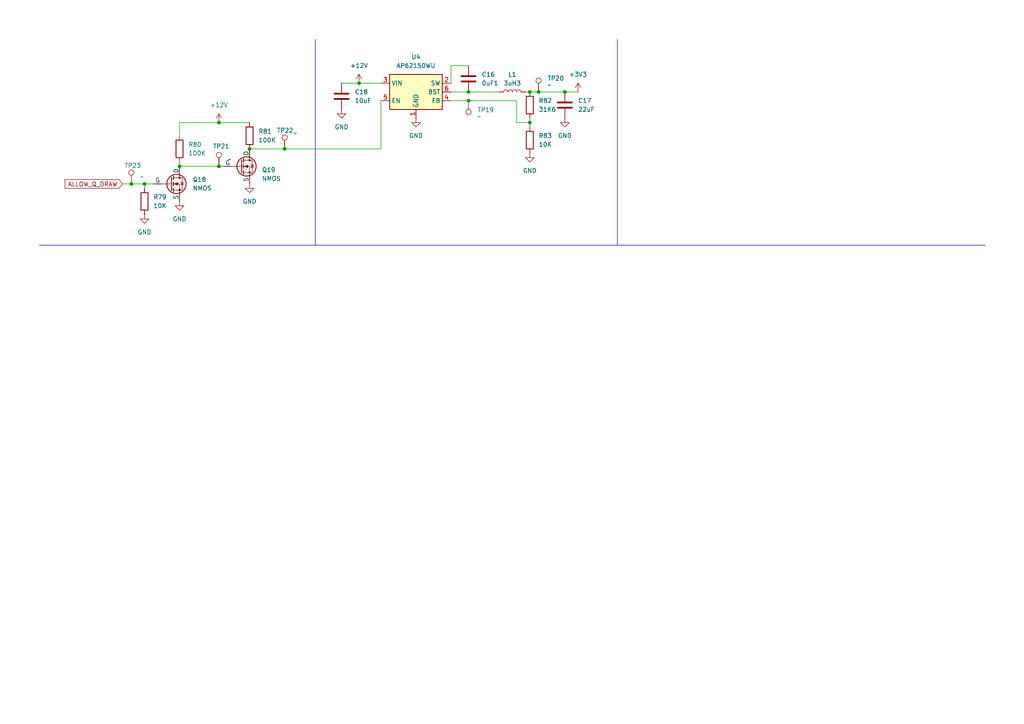
<source format=kicad_sch>
(kicad_sch (version 20250114) (generator "eeschema") (generator_version "9.0")
  (paper "A4")
  (lib_symbols
    (symbol "Connector:TestPoint" (pin_numbers (hide yes)) (pin_names (offset 0.762) (hide yes))
      (property "Reference" "TP" (at 0 6.858 0))
      (property "Value" "TestPoint" (at 0 5.08 0))
      (symbol "TestPoint_0_1"
        (circle (center 0 3.302) (radius 0.762))
      )
      (symbol "TestPoint_1_1"
        (pin passive line (at 0 0 90) (length 2.54) (name "1") (number "1"))
      )
    )
    (symbol "Device:C" (pin_numbers (hide yes)) (pin_names (offset 0.254))
      (property "Reference" "C" (at 0.635 2.54 0))
      (property "Value" "C" (at 0.635 -2.54 0))
      (symbol "C_0_1"
        (polyline (pts (xy -2.032 0.762) (xy 2.032 0.762)) (stroke (width 0.508)))
        (polyline (pts (xy -2.032 -0.762) (xy 2.032 -0.762)) (stroke (width 0.508)))
      )
      (symbol "C_1_1"
        (pin passive line (at 0 3.81 270) (length 2.794) (name "~") (number "1"))
        (pin passive line (at 0 -3.81 90) (length 2.794) (name "~") (number "2"))
      )
    )
    (symbol "Device:L" (pin_numbers (hide yes)) (pin_names (offset 1.016) (hide yes))
      (property "Reference" "L" (at -1.27 0 90))
      (property "Value" "L" (at 1.905 0 90))
      (symbol "L_0_1"
        (arc (start 0 2.54) (mid 0.6323 1.905) (end 0 1.27))
        (arc (start 0 1.27) (mid 0.6323 0.635) (end 0 0))
        (arc (start 0 0) (mid 0.6323 -0.635) (end 0 -1.27))
        (arc (start 0 -1.27) (mid 0.6323 -1.905) (end 0 -2.54))
      )
      (symbol "L_1_1"
        (pin passive line (at 0 3.81 270) (length 1.27) (name "1") (number "1"))
        (pin passive line (at 0 -3.81 90) (length 1.27) (name "2") (number "2"))
      )
    )
    (symbol "Device:R" (pin_numbers (hide yes)) (pin_names (offset 0))
      (property "Reference" "R" (at 2.032 0 90))
      (property "Value" "R" (at 0 0 90))
      (symbol "R_0_1"
        (rectangle (start -1.016 -2.54) (end 1.016 2.54) (stroke (width 0.254)))
      )
      (symbol "R_1_1"
        (pin passive line (at 0 3.81 270) (length 1.27) (name "~") (number "1"))
        (pin passive line (at 0 -3.81 90) (length 1.27) (name "~") (number "2"))
      )
    )
    (symbol "Regulator_Switching:AP62150WU"
      (property "Reference" "U" (at -7.62 6.35 0))
      (property "Value" "AP62150WU" (at 6.35 -6.35 0))
      (symbol "AP62150WU_0_1"
        (rectangle (start -7.62 5.08) (end 7.62 -5.08) (stroke (width 0.254)) (fill (type background)))
      )
      (symbol "AP62150WU_1_1"
        (pin power_in line (at -10.16 2.54 0) (length 2.54) (name "VIN") (number "3"))
        (pin passive line (at -10.16 -2.54 0) (length 2.54) (name "EN") (number "5"))
        (pin power_in line (at 0 -7.62 90) (length 2.54) (name "GND") (number "1"))
        (pin output line (at 10.16 2.54 180) (length 2.54) (name "SW") (number "2"))
        (pin passive line (at 10.16 0 180) (length 2.54) (name "BST") (number "6"))
        (pin input line (at 10.16 -2.54 180) (length 2.54) (name "FB") (number "4"))
      )
    )
    (symbol "Simulation_SPICE:NMOS" (pin_numbers (hide yes)) (pin_names (offset 0))
      (property "Reference" "Q" (at 5.08 1.27 0))
      (property "Value" "NMOS" (at 5.08 -1.27 0))
      (symbol "NMOS_0_1"
        (polyline (pts (xy 0.254 1.905) (xy 0.254 -1.905)) (stroke (width 0.254)))
        (polyline (pts (xy 0.254 0) (xy -2.54 0)))
        (polyline (pts (xy 0.762 2.286) (xy 0.762 1.27)) (stroke (width 0.254)))
        (polyline (pts (xy 0.762 0.508) (xy 0.762 -0.508)) (stroke (width 0.254)))
        (polyline (pts (xy 0.762 -1.27) (xy 0.762 -2.286)) (stroke (width 0.254)))
        (polyline (pts (xy 0.762 -1.778) (xy 3.302 -1.778) (xy 3.302 1.778) (xy 0.762 1.778)))
        (polyline (pts (xy 1.016 0) (xy 2.032 0.381) (xy 2.032 -0.381) (xy 1.016 0)) (fill (type outline)))
        (circle (center 1.651 0) (radius 2.794) (stroke (width 0.254)))
        (polyline (pts (xy 2.54 2.54) (xy 2.54 1.778)))
        (circle (center 2.54 1.778) (radius 0.254) (fill (type outline)))
        (circle (center 2.54 -1.778) (radius 0.254) (fill (type outline)))
        (polyline (pts (xy 2.54 -2.54) (xy 2.54 0) (xy 0.762 0)))
        (polyline (pts (xy 2.794 0.508) (xy 2.921 0.381) (xy 3.683 0.381) (xy 3.81 0.254)))
        (polyline (pts (xy 3.302 0.381) (xy 2.921 -0.254) (xy 3.683 -0.254) (xy 3.302 0.381)))
      )
      (symbol "NMOS_1_1"
        (pin input line (at -5.08 0 0) (length 2.54) (name "G") (number "2"))
        (pin passive line (at 2.54 5.08 270) (length 2.54) (name "D") (number "1"))
        (pin passive line (at 2.54 -5.08 90) (length 2.54) (name "S") (number "3"))
      )
    )
    (symbol "power:+12V" (power) (pin_numbers (hide yes)) (pin_names (offset 0) (hide yes))
      (property "Value" "+12V" (at 0 3.556 0))
      (symbol "+12V_0_1"
        (polyline (pts (xy -0.762 1.27) (xy 0 2.54)))
        (polyline (pts (xy 0 2.54) (xy 0.762 1.27)))
        (polyline (pts (xy 0 0) (xy 0 2.54)))
      )
      (symbol "+12V_1_1"
        (pin power_in line (at 0 0 90) (length 0) (name "~") (number "1"))
      )
    )
    (symbol "power:+3V3" (power) (pin_numbers (hide yes)) (pin_names (offset 0) (hide yes))
      (property "Value" "+3V3" (at 0 3.556 0))
      (symbol "+3V3_0_1"
        (polyline (pts (xy -0.762 1.27) (xy 0 2.54)))
        (polyline (pts (xy 0 2.54) (xy 0.762 1.27)))
        (polyline (pts (xy 0 0) (xy 0 2.54)))
      )
      (symbol "+3V3_1_1"
        (pin power_in line (at 0 0 90) (length 0) (name "~") (number "1"))
      )
    )
    (symbol "power:GND" (power) (pin_numbers (hide yes)) (pin_names (offset 0) (hide yes))
      (property "Value" "GND" (at 0 -3.81 0))
      (symbol "GND_0_1"
        (polyline (pts (xy 0 0) (xy 0 -1.27) (xy 1.27 -1.27) (xy 0 -2.54) (xy -1.27 -1.27) (xy 0 -1.27)))
      )
      (symbol "GND_1_1"
        (pin power_in line (at 0 0 270) (length 0) (name "~") (number "1"))
      )
    )
  )
  (junction (at 163.83 26.67))
  (junction (at 38.1 53.34))
  (junction (at 135.89 26.67))
  (junction (at 156.21 26.67))
  (junction (at 41.91 53.34))
  (junction (at 82.55 43.18))
  (junction (at 153.67 35.56))
  (junction (at 63.5 48.26))
  (junction (at 52.07 48.26))
  (junction (at 153.67 26.67))
  (junction (at 135.89 29.21))
  (junction (at 104.14 24.13))
  (junction (at 72.39 43.18))
  (junction (at 63.5 35.56))
  (wire (pts (xy 153.67 26.67) (xy 156.21 26.67)))
  (wire (pts (xy 38.1 53.34) (xy 41.91 53.34)))
  (polyline (pts (xy 179.07 11.43) (xy 179.07 71.12)))
  (wire (pts (xy 104.14 24.13) (xy 110.49 24.13)))
  (wire (pts (xy 135.89 29.21) (xy 149.86 29.21)))
  (wire (pts (xy 153.67 35.56) (xy 153.67 36.83)))
  (wire (pts (xy 167.64 26.67) (xy 163.83 26.67)))
  (wire (pts (xy 99.06 24.13) (xy 104.14 24.13)))
  (wire (pts (xy 41.91 53.34) (xy 41.91 54.61)))
  (wire (pts (xy 82.55 43.18) (xy 110.49 43.18)))
  (wire (pts (xy 130.81 29.21) (xy 135.89 29.21)))
  (wire (pts (xy 135.89 26.67) (xy 144.78 26.67)))
  (wire (pts (xy 152.4 26.67) (xy 153.67 26.67)))
  (polyline (pts (xy 91.44 11.43) (xy 91.44 71.12)))
  (wire (pts (xy 156.21 26.67) (xy 163.83 26.67)))
  (polyline (pts (xy 11.43 71.12) (xy 285.75 71.12)))
  (wire (pts (xy 153.67 34.29) (xy 153.67 35.56)))
  (wire (pts (xy 110.49 43.18) (xy 110.49 29.21)))
  (wire (pts (xy 41.91 53.34) (xy 44.45 53.34)))
  (wire (pts (xy 63.5 35.56) (xy 72.39 35.56)))
  (wire (pts (xy 52.07 35.56) (xy 63.5 35.56)))
  (wire (pts (xy 72.39 43.18) (xy 82.55 43.18)))
  (wire (pts (xy 130.81 26.67) (xy 135.89 26.67)))
  (wire (pts (xy 52.07 48.26) (xy 63.5 48.26)))
  (wire (pts (xy 149.86 29.21) (xy 149.86 35.56)))
  (wire (pts (xy 52.07 39.37) (xy 52.07 35.56)))
  (wire (pts (xy 35.56 53.34) (xy 38.1 53.34)))
  (wire (pts (xy 130.81 24.13) (xy 130.81 19.05)))
  (wire (pts (xy 52.07 46.99) (xy 52.07 48.26)))
  (wire (pts (xy 130.81 19.05) (xy 135.89 19.05)))
  (wire (pts (xy 63.5 48.26) (xy 64.77 48.26)))
  (wire (pts (xy 149.86 35.56) (xy 153.67 35.56)))
  (global_label "ALLOW_Q_DRAW" (shape input) (at 35.56 53.34 180) (property "Intersheetrefs" "${INTERSHEET_REFS}" (effects (hide yes))))
  (symbol (lib_id "power:+3V3") (at 167.64 26.67 0) (unit 1)
    (property "Reference" "#PWR088" (effects (hide yes)))
    (property "Value" "+3V3" (at 167.64 21.59 0))
    (property "Description" "Power symbol creates a global label with name \"+3V3\"" (effects (hide yes)))
  )
  (symbol (lib_id "Device:L") (at 148.59 26.67 90) (unit 1)
    (property "Reference" "L1" (at 148.59 21.59 90))
    (property "Value" "3uH3" (at 148.59 24.13 90))
    (property "Description" "Inductor" (effects (hide yes)))
  )
  (symbol (lib_id "Device:R") (at 153.67 30.48 0) (unit 1)
    (property "Reference" "R82" (at 156.21 29.2099 0) (effects (justify left)))
    (property "Value" "31K6" (at 156.21 31.7499 0) (effects (justify left)))
    (property "Description" "Resistor" (effects (hide yes)))
  )
  (symbol (lib_id "Connector:TestPoint") (at 135.89 29.21 180) (unit 1)
    (property "Reference" "TP19" (at 138.43 31.8769 0) (effects (justify right)))
    (property "Value" "~" (at 138.43 33.782 0) (effects (justify right)))
    (property "Description" "test point" (effects (hide yes)))
  )
  (symbol (lib_id "Connector:TestPoint") (at 82.55 43.18 0) (mirror y) (unit 1)
    (property "Reference" "TP22" (at 80.264 37.846 0) (effects (justify right)))
    (property "Value" "~" (at 85.09 38.608 0) (effects (justify right)))
    (property "Description" "test point" (effects (hide yes)))
  )
  (symbol (lib_id "Connector:TestPoint") (at 156.21 26.67 0) (unit 1)
    (property "Reference" "TP20" (at 158.75 22.7329 0) (effects (justify left)))
    (property "Value" "~" (at 158.75 24.638 0) (effects (justify left)))
    (property "Description" "test point" (effects (hide yes)))
  )
  (symbol (lib_id "power:GND") (at 153.67 44.45 0) (unit 1)
    (property "Reference" "#PWR085" (effects (hide yes)))
    (property "Value" "GND" (at 153.67 49.53 0))
    (property "Description" "Power symbol creates a global label with name \"GND\" , ground" (effects (hide yes)))
  )
  (symbol (lib_id "power:GND") (at 120.65 34.29 0) (unit 1)
    (property "Reference" "#PWR084" (effects (hide yes)))
    (property "Value" "GND" (at 120.65 39.37 0))
    (property "Description" "Power symbol creates a global label with name \"GND\" , ground" (effects (hide yes)))
  )
  (symbol (lib_id "Regulator_Switching:AP62150WU") (at 120.65 26.67 0) (unit 1)
    (property "Reference" "U4" (at 120.65 16.51 0))
    (property "Value" "AP62150WU" (at 120.65 19.05 0))
    (property "Footprint" "Package_TO_SOT_SMD:TSOT-23-6" (effects (hide yes)))
    (property "Datasheet" "https://www.diodes.com/assets/Datasheets/AP62150.pdf" (effects (hide yes)))
    (property "Description" "1.5A, 1.3MHz Buck DC/DC Converter, 4.2V-18V input voltage, 0.8V-7V adjustable output voltage, TSOT-23-6" (effects (hide yes)))
  )
  (symbol (lib_id "Device:C") (at 163.83 30.48 0) (unit 1)
    (property "Reference" "C17" (at 167.64 29.2099 0) (effects (justify left)))
    (property "Value" "22uF" (at 167.64 31.7499 0) (effects (justify left)))
    (property "Description" "Unpolarized capacitor" (effects (hide yes)))
  )
  (symbol (lib_id "Device:C") (at 99.06 27.94 0) (unit 1)
    (property "Reference" "C18" (at 102.87 26.6699 0) (effects (justify left)))
    (property "Value" "10uF" (at 102.87 29.2099 0) (effects (justify left)))
    (property "Description" "Unpolarized capacitor" (effects (hide yes)))
  )
  (symbol (lib_id "Device:R") (at 72.39 39.37 180) (unit 1)
    (property "Reference" "R81" (at 74.93 38.0999 0) (effects (justify right)))
    (property "Value" "100K" (at 74.93 40.6399 0) (effects (justify right)))
    (property "Description" "Resistor" (effects (hide yes)))
  )
  (symbol (lib_id "power:GND") (at 99.06 31.75 0) (unit 1)
    (property "Reference" "#PWR087" (effects (hide yes)))
    (property "Value" "GND" (at 99.06 36.83 0))
    (property "Description" "Power symbol creates a global label with name \"GND\" , ground" (effects (hide yes)))
  )
  (symbol (lib_id "Device:R") (at 41.91 58.42 0) (unit 1)
    (property "Reference" "R79" (at 44.45 57.1499 0) (effects (justify left)))
    (property "Value" "10K" (at 44.45 59.6899 0) (effects (justify left)))
    (property "Description" "Resistor" (effects (hide yes)))
  )
  (symbol (lib_id "Device:R") (at 52.07 43.18 180) (unit 1)
    (property "Reference" "R80" (at 54.61 41.9099 0) (effects (justify right)))
    (property "Value" "100K" (at 54.61 44.4499 0) (effects (justify right)))
    (property "Description" "Resistor" (effects (hide yes)))
  )
  (symbol (lib_id "Device:R") (at 153.67 40.64 0) (unit 1)
    (property "Reference" "R83" (at 156.21 39.3699 0) (effects (justify left)))
    (property "Value" "10K" (at 156.21 41.9099 0) (effects (justify left)))
    (property "Description" "Resistor" (effects (hide yes)))
  )
  (symbol (lib_id "Device:C") (at 135.89 22.86 0) (unit 1)
    (property "Reference" "C16" (at 139.7 21.5899 0) (effects (justify left)))
    (property "Value" "0uF1" (at 139.7 24.1299 0) (effects (justify left)))
    (property "Description" "Unpolarized capacitor" (effects (hide yes)))
  )
  (symbol (lib_id "Connector:TestPoint") (at 38.1 53.34 0) (unit 1)
    (property "Reference" "TP23" (at 36.068 48.006 0) (effects (justify left)))
    (property "Value" "~" (at 40.64 51.308 0) (effects (justify left)))
    (property "Description" "test point" (effects (hide yes)))
  )
  (symbol (lib_id "power:GND") (at 52.07 58.42 0) (unit 1)
    (property "Reference" "#PWR081" (effects (hide yes)))
    (property "Value" "GND" (at 52.07 63.5 0))
    (property "Description" "Power symbol creates a global label with name \"GND\" , ground" (effects (hide yes)))
  )
  (symbol (lib_id "Simulation_SPICE:NMOS") (at 69.85 48.26 0) (unit 1)
    (property "Reference" "Q19" (at 75.946 49.276 0) (effects (justify left)))
    (property "Value" "NMOS" (at 75.946 51.816 0) (effects (justify left)))
    (property "Datasheet" "https://ngspice.sourceforge.io/docs/ngspice-html-manual/manual.xhtml#cha_MOSFETs" (effects (hide yes)))
    (property "Description" "N-MOSFET transistor, drain/source/gate" (effects (hide yes)))
    (property "Sim.Device" "NMOS" (effects (hide yes)))
    (property "Sim.Type" "VDMOS" (effects (hide yes)))
    (property "Sim.Pins" "1=D 2=G 3=S" (effects (hide yes)))
  )
  (symbol (lib_id "Simulation_SPICE:NMOS") (at 49.53 53.34 0) (unit 1)
    (property "Reference" "Q18" (at 55.88 52.0699 0) (effects (justify left)))
    (property "Value" "NMOS" (at 55.88 54.6099 0) (effects (justify left)))
    (property "Datasheet" "https://ngspice.sourceforge.io/docs/ngspice-html-manual/manual.xhtml#cha_MOSFETs" (effects (hide yes)))
    (property "Description" "N-MOSFET transistor, drain/source/gate" (effects (hide yes)))
    (property "Sim.Device" "NMOS" (effects (hide yes)))
    (property "Sim.Type" "VDMOS" (effects (hide yes)))
    (property "Sim.Pins" "1=D 2=G 3=S" (effects (hide yes)))
  )
  (symbol (lib_id "power:+12V") (at 104.14 24.13 0) (unit 1)
    (property "Reference" "#PWR080" (effects (hide yes)))
    (property "Value" "+12V" (at 104.14 19.05 0))
    (property "Description" "Power symbol creates a global label with name \"+12V\"" (effects (hide yes)))
  )
  (symbol (lib_id "power:+12V") (at 63.5 35.56 0) (unit 1)
    (property "Reference" "#PWR090" (effects (hide yes)))
    (property "Value" "+12V" (at 63.5 30.48 0))
    (property "Description" "Power symbol creates a global label with name \"+12V\"" (effects (hide yes)))
  )
  (symbol (lib_id "power:GND") (at 41.91 62.23 0) (unit 1)
    (property "Reference" "#PWR083" (effects (hide yes)))
    (property "Value" "GND" (at 41.91 67.31 0))
    (property "Description" "Power symbol creates a global label with name \"GND\" , ground" (effects (hide yes)))
  )
  (symbol (lib_id "power:GND") (at 72.39 53.34 0) (unit 1)
    (property "Reference" "#PWR082" (effects (hide yes)))
    (property "Value" "GND" (at 72.39 58.42 0))
    (property "Description" "Power symbol creates a global label with name \"GND\" , ground" (effects (hide yes)))
  )
  (symbol (lib_id "power:GND") (at 163.83 34.29 0) (unit 1)
    (property "Reference" "#PWR086" (effects (hide yes)))
    (property "Value" "GND" (at 163.83 39.37 0))
    (property "Description" "Power symbol creates a global label with name \"GND\" , ground" (effects (hide yes)))
  )
  (symbol (lib_id "Connector:TestPoint") (at 63.5 48.26 0) (unit 1)
    (property "Reference" "TP21" (at 61.722 42.418 0) (effects (justify left)))
    (property "Value" "~" (at 66.04 46.228 0) (effects (justify left)))
    (property "Description" "test point" (effects (hide yes)))
  )
)
</source>
